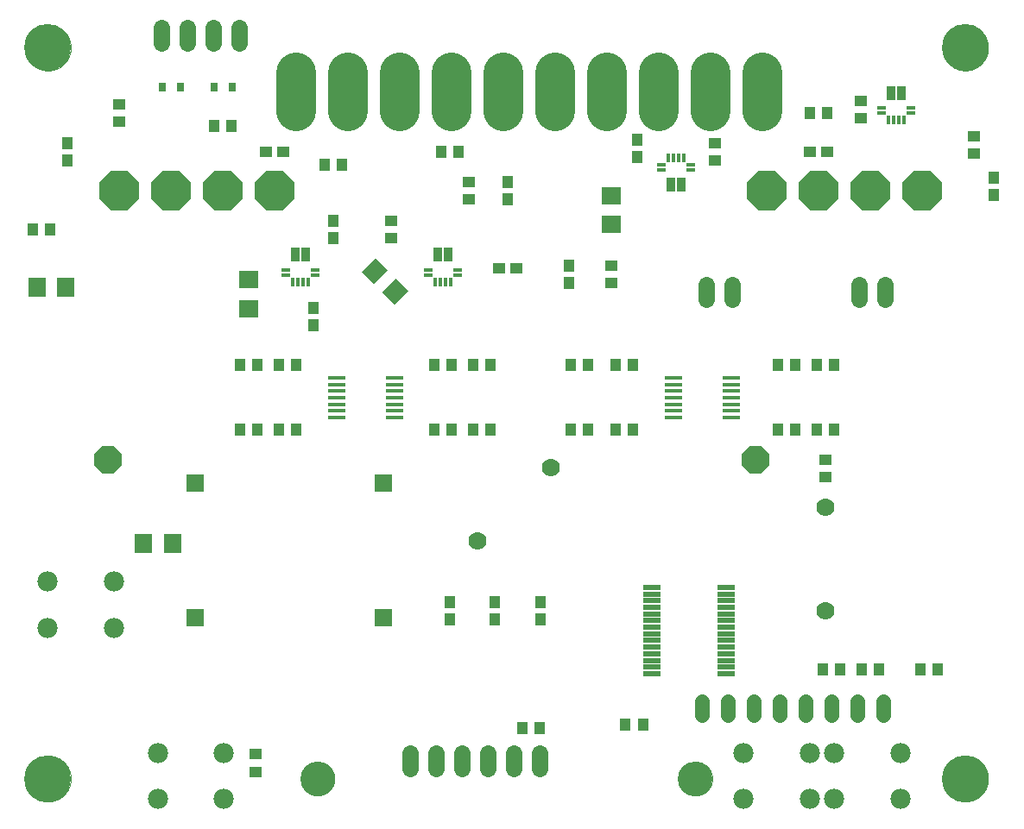
<source format=gts>
G75*
%MOIN*%
%OFA0B0*%
%FSLAX25Y25*%
%IPPOS*%
%LPD*%
%AMOC8*
5,1,8,0,0,1.08239X$1,22.5*
%
%ADD10R,0.03550X0.05400*%
%ADD11R,0.03746X0.01581*%
%ADD12R,0.01581X0.03746*%
%ADD13C,0.15400*%
%ADD14R,0.04337X0.04731*%
%ADD15R,0.04731X0.04337*%
%ADD16R,0.07498X0.06699*%
%ADD17OC8,0.15400*%
%ADD18R,0.07000X0.02100*%
%ADD19R,0.07000X0.01800*%
%ADD20C,0.05600*%
%ADD21R,0.06896X0.06896*%
%ADD22C,0.06337*%
%ADD23R,0.06699X0.07498*%
%ADD24C,0.00000*%
%ADD25C,0.18117*%
%ADD26C,0.06400*%
%ADD27OC8,0.10400*%
%ADD28C,0.13392*%
%ADD29C,0.07000*%
%ADD30R,0.03000X0.03200*%
%ADD31C,0.07800*%
D10*
X0124080Y0230970D03*
X0128017Y0230970D03*
X0179080Y0230970D03*
X0183017Y0230970D03*
X0269080Y0257840D03*
X0273017Y0257840D03*
X0354080Y0293470D03*
X0358017Y0293470D03*
D11*
X0361757Y0287564D03*
X0361757Y0285596D03*
X0350340Y0285596D03*
X0350340Y0287564D03*
X0276757Y0265714D03*
X0276757Y0263745D03*
X0265340Y0263745D03*
X0265340Y0265714D03*
X0186757Y0225064D03*
X0186757Y0223096D03*
X0175340Y0223096D03*
X0175340Y0225064D03*
X0131757Y0225064D03*
X0131757Y0223096D03*
X0120340Y0223096D03*
X0120340Y0225064D03*
D12*
X0123096Y0220340D03*
X0125064Y0220340D03*
X0127033Y0220340D03*
X0129001Y0220340D03*
X0178096Y0220340D03*
X0180064Y0220340D03*
X0182033Y0220340D03*
X0184001Y0220340D03*
X0268096Y0268470D03*
X0270064Y0268470D03*
X0272033Y0268470D03*
X0274001Y0268470D03*
X0353096Y0282840D03*
X0355064Y0282840D03*
X0357033Y0282840D03*
X0359001Y0282840D03*
D13*
X0304237Y0286344D02*
X0304237Y0301344D01*
X0284237Y0301344D02*
X0284237Y0286344D01*
X0264237Y0286344D02*
X0264237Y0301344D01*
X0244237Y0301344D02*
X0244237Y0286344D01*
X0224237Y0286344D02*
X0224237Y0301344D01*
X0204237Y0301344D02*
X0204237Y0286344D01*
X0184237Y0286344D02*
X0184237Y0301344D01*
X0164237Y0301344D02*
X0164237Y0286344D01*
X0144237Y0286344D02*
X0144237Y0301344D01*
X0124237Y0301344D02*
X0124237Y0286344D01*
D14*
X0135202Y0265655D03*
X0141895Y0265655D03*
X0138548Y0244001D03*
X0138548Y0237308D03*
X0131048Y0210251D03*
X0131048Y0203558D03*
X0124395Y0188155D03*
X0117702Y0188155D03*
X0109395Y0188155D03*
X0102702Y0188155D03*
X0102702Y0163155D03*
X0109395Y0163155D03*
X0117702Y0163155D03*
X0124395Y0163155D03*
X0177702Y0163155D03*
X0184395Y0163155D03*
X0192702Y0163155D03*
X0199395Y0163155D03*
X0199395Y0188155D03*
X0192702Y0188155D03*
X0184395Y0188155D03*
X0177702Y0188155D03*
X0229798Y0219808D03*
X0229798Y0226501D03*
X0206048Y0252308D03*
X0206048Y0259001D03*
X0186895Y0270655D03*
X0180202Y0270655D03*
X0256048Y0268558D03*
X0256048Y0275251D03*
X0322702Y0285655D03*
X0329395Y0285655D03*
X0393667Y0260507D03*
X0393667Y0253814D03*
X0331895Y0188155D03*
X0325202Y0188155D03*
X0316895Y0188155D03*
X0310202Y0188155D03*
X0310202Y0163155D03*
X0316895Y0163155D03*
X0325202Y0163155D03*
X0331895Y0163155D03*
X0254395Y0163155D03*
X0247702Y0163155D03*
X0236895Y0163155D03*
X0230202Y0163155D03*
X0230202Y0188155D03*
X0236895Y0188155D03*
X0247702Y0188155D03*
X0254395Y0188155D03*
X0218548Y0096501D03*
X0218548Y0089808D03*
X0201048Y0089808D03*
X0201048Y0096501D03*
X0183548Y0096501D03*
X0183548Y0089808D03*
X0211580Y0048115D03*
X0218273Y0048115D03*
X0251452Y0049405D03*
X0258145Y0049405D03*
X0327702Y0070655D03*
X0334395Y0070655D03*
X0342702Y0070655D03*
X0349395Y0070655D03*
X0365202Y0070655D03*
X0371895Y0070655D03*
X0099395Y0280655D03*
X0092702Y0280655D03*
X0036048Y0274001D03*
X0036048Y0267308D03*
X0029395Y0240655D03*
X0022702Y0240655D03*
D15*
X0056048Y0282308D03*
X0056048Y0289001D03*
X0112702Y0270655D03*
X0119395Y0270655D03*
X0161048Y0244001D03*
X0161048Y0237308D03*
X0191048Y0252308D03*
X0191048Y0259001D03*
X0202702Y0225655D03*
X0209395Y0225655D03*
X0246048Y0226501D03*
X0246048Y0219808D03*
X0286048Y0267308D03*
X0286048Y0274001D03*
X0322702Y0270655D03*
X0329395Y0270655D03*
X0342298Y0283558D03*
X0342298Y0290251D03*
X0386048Y0276501D03*
X0386048Y0269808D03*
X0328548Y0151501D03*
X0328548Y0144808D03*
X0108667Y0037810D03*
X0108667Y0031117D03*
D16*
X0106048Y0210056D03*
X0106048Y0221253D03*
X0246048Y0242556D03*
X0246048Y0253753D03*
D17*
X0306048Y0255655D03*
X0326048Y0255655D03*
X0346048Y0255655D03*
X0366048Y0255655D03*
X0116048Y0255655D03*
X0096048Y0255655D03*
X0076048Y0255655D03*
X0056048Y0255655D03*
D18*
X0261798Y0102289D03*
X0261798Y0099730D03*
X0261798Y0097171D03*
X0261798Y0094611D03*
X0261798Y0092052D03*
X0261798Y0089493D03*
X0261798Y0086934D03*
X0261798Y0084375D03*
X0261798Y0081816D03*
X0261798Y0079257D03*
X0261798Y0076698D03*
X0261798Y0074139D03*
X0261798Y0071580D03*
X0261798Y0069021D03*
X0290298Y0069021D03*
X0290298Y0071580D03*
X0290298Y0074139D03*
X0290298Y0076698D03*
X0290298Y0079257D03*
X0290298Y0081816D03*
X0290298Y0084375D03*
X0290298Y0086934D03*
X0290298Y0089493D03*
X0290298Y0092052D03*
X0290298Y0094611D03*
X0290298Y0097170D03*
X0290298Y0099730D03*
X0290298Y0102289D03*
D19*
X0292148Y0167978D03*
X0292148Y0170537D03*
X0292148Y0173096D03*
X0292148Y0175655D03*
X0292148Y0178214D03*
X0292148Y0180773D03*
X0292148Y0183332D03*
X0269948Y0183332D03*
X0269948Y0180773D03*
X0269948Y0178214D03*
X0269948Y0175655D03*
X0269948Y0173096D03*
X0269948Y0170537D03*
X0269948Y0167978D03*
X0162148Y0167978D03*
X0162148Y0170537D03*
X0162148Y0173096D03*
X0162148Y0175655D03*
X0162148Y0178214D03*
X0162148Y0180773D03*
X0162148Y0183332D03*
X0139948Y0183332D03*
X0139948Y0180773D03*
X0139948Y0178214D03*
X0139948Y0175655D03*
X0139948Y0173096D03*
X0139948Y0170537D03*
X0139948Y0167978D03*
D20*
X0281048Y0058255D02*
X0281048Y0053055D01*
X0291048Y0053055D02*
X0291048Y0058255D01*
X0301048Y0058255D02*
X0301048Y0053055D01*
X0311048Y0053055D02*
X0311048Y0058255D01*
X0321048Y0058255D02*
X0321048Y0053055D01*
X0331048Y0053055D02*
X0331048Y0058255D01*
X0341048Y0058255D02*
X0341048Y0053055D01*
X0351048Y0053055D02*
X0351048Y0058255D01*
D21*
X0158076Y0090635D03*
X0158076Y0142604D03*
X0085241Y0142604D03*
X0085241Y0090635D03*
D22*
X0282702Y0213474D02*
X0282702Y0219411D01*
X0292702Y0219411D02*
X0292702Y0213474D01*
X0341757Y0213474D02*
X0341757Y0219411D01*
X0351757Y0219411D02*
X0351757Y0213474D01*
X0102298Y0312686D02*
X0102298Y0318623D01*
X0092298Y0318623D02*
X0092298Y0312686D01*
X0082298Y0312686D02*
X0082298Y0318623D01*
X0072298Y0318623D02*
X0072298Y0312686D01*
D23*
G36*
X0154872Y0229632D02*
X0159609Y0224895D01*
X0154308Y0219594D01*
X0149571Y0224331D01*
X0154872Y0229632D01*
G37*
G36*
X0162789Y0221715D02*
X0167526Y0216978D01*
X0162225Y0211677D01*
X0157488Y0216414D01*
X0162789Y0221715D01*
G37*
X0076647Y0119405D03*
X0065450Y0119405D03*
X0035397Y0218155D03*
X0024200Y0218155D03*
D24*
X0019592Y0310930D02*
X0019595Y0311147D01*
X0019603Y0311365D01*
X0019616Y0311582D01*
X0019635Y0311798D01*
X0019659Y0312014D01*
X0019688Y0312230D01*
X0019722Y0312444D01*
X0019762Y0312658D01*
X0019807Y0312871D01*
X0019857Y0313082D01*
X0019913Y0313293D01*
X0019973Y0313501D01*
X0020039Y0313709D01*
X0020110Y0313914D01*
X0020186Y0314118D01*
X0020266Y0314320D01*
X0020352Y0314520D01*
X0020442Y0314717D01*
X0020538Y0314913D01*
X0020638Y0315106D01*
X0020743Y0315296D01*
X0020852Y0315484D01*
X0020966Y0315669D01*
X0021085Y0315851D01*
X0021208Y0316031D01*
X0021335Y0316207D01*
X0021467Y0316380D01*
X0021603Y0316549D01*
X0021743Y0316716D01*
X0021887Y0316879D01*
X0022035Y0317038D01*
X0022186Y0317194D01*
X0022342Y0317345D01*
X0022501Y0317493D01*
X0022664Y0317637D01*
X0022831Y0317777D01*
X0023000Y0317913D01*
X0023173Y0318045D01*
X0023349Y0318172D01*
X0023529Y0318295D01*
X0023711Y0318414D01*
X0023896Y0318528D01*
X0024084Y0318637D01*
X0024274Y0318742D01*
X0024467Y0318842D01*
X0024663Y0318938D01*
X0024860Y0319028D01*
X0025060Y0319114D01*
X0025262Y0319194D01*
X0025466Y0319270D01*
X0025671Y0319341D01*
X0025879Y0319407D01*
X0026087Y0319467D01*
X0026298Y0319523D01*
X0026509Y0319573D01*
X0026722Y0319618D01*
X0026936Y0319658D01*
X0027150Y0319692D01*
X0027366Y0319721D01*
X0027582Y0319745D01*
X0027798Y0319764D01*
X0028015Y0319777D01*
X0028233Y0319785D01*
X0028450Y0319788D01*
X0028667Y0319785D01*
X0028885Y0319777D01*
X0029102Y0319764D01*
X0029318Y0319745D01*
X0029534Y0319721D01*
X0029750Y0319692D01*
X0029964Y0319658D01*
X0030178Y0319618D01*
X0030391Y0319573D01*
X0030602Y0319523D01*
X0030813Y0319467D01*
X0031021Y0319407D01*
X0031229Y0319341D01*
X0031434Y0319270D01*
X0031638Y0319194D01*
X0031840Y0319114D01*
X0032040Y0319028D01*
X0032237Y0318938D01*
X0032433Y0318842D01*
X0032626Y0318742D01*
X0032816Y0318637D01*
X0033004Y0318528D01*
X0033189Y0318414D01*
X0033371Y0318295D01*
X0033551Y0318172D01*
X0033727Y0318045D01*
X0033900Y0317913D01*
X0034069Y0317777D01*
X0034236Y0317637D01*
X0034399Y0317493D01*
X0034558Y0317345D01*
X0034714Y0317194D01*
X0034865Y0317038D01*
X0035013Y0316879D01*
X0035157Y0316716D01*
X0035297Y0316549D01*
X0035433Y0316380D01*
X0035565Y0316207D01*
X0035692Y0316031D01*
X0035815Y0315851D01*
X0035934Y0315669D01*
X0036048Y0315484D01*
X0036157Y0315296D01*
X0036262Y0315106D01*
X0036362Y0314913D01*
X0036458Y0314717D01*
X0036548Y0314520D01*
X0036634Y0314320D01*
X0036714Y0314118D01*
X0036790Y0313914D01*
X0036861Y0313709D01*
X0036927Y0313501D01*
X0036987Y0313293D01*
X0037043Y0313082D01*
X0037093Y0312871D01*
X0037138Y0312658D01*
X0037178Y0312444D01*
X0037212Y0312230D01*
X0037241Y0312014D01*
X0037265Y0311798D01*
X0037284Y0311582D01*
X0037297Y0311365D01*
X0037305Y0311147D01*
X0037308Y0310930D01*
X0037305Y0310713D01*
X0037297Y0310495D01*
X0037284Y0310278D01*
X0037265Y0310062D01*
X0037241Y0309846D01*
X0037212Y0309630D01*
X0037178Y0309416D01*
X0037138Y0309202D01*
X0037093Y0308989D01*
X0037043Y0308778D01*
X0036987Y0308567D01*
X0036927Y0308359D01*
X0036861Y0308151D01*
X0036790Y0307946D01*
X0036714Y0307742D01*
X0036634Y0307540D01*
X0036548Y0307340D01*
X0036458Y0307143D01*
X0036362Y0306947D01*
X0036262Y0306754D01*
X0036157Y0306564D01*
X0036048Y0306376D01*
X0035934Y0306191D01*
X0035815Y0306009D01*
X0035692Y0305829D01*
X0035565Y0305653D01*
X0035433Y0305480D01*
X0035297Y0305311D01*
X0035157Y0305144D01*
X0035013Y0304981D01*
X0034865Y0304822D01*
X0034714Y0304666D01*
X0034558Y0304515D01*
X0034399Y0304367D01*
X0034236Y0304223D01*
X0034069Y0304083D01*
X0033900Y0303947D01*
X0033727Y0303815D01*
X0033551Y0303688D01*
X0033371Y0303565D01*
X0033189Y0303446D01*
X0033004Y0303332D01*
X0032816Y0303223D01*
X0032626Y0303118D01*
X0032433Y0303018D01*
X0032237Y0302922D01*
X0032040Y0302832D01*
X0031840Y0302746D01*
X0031638Y0302666D01*
X0031434Y0302590D01*
X0031229Y0302519D01*
X0031021Y0302453D01*
X0030813Y0302393D01*
X0030602Y0302337D01*
X0030391Y0302287D01*
X0030178Y0302242D01*
X0029964Y0302202D01*
X0029750Y0302168D01*
X0029534Y0302139D01*
X0029318Y0302115D01*
X0029102Y0302096D01*
X0028885Y0302083D01*
X0028667Y0302075D01*
X0028450Y0302072D01*
X0028233Y0302075D01*
X0028015Y0302083D01*
X0027798Y0302096D01*
X0027582Y0302115D01*
X0027366Y0302139D01*
X0027150Y0302168D01*
X0026936Y0302202D01*
X0026722Y0302242D01*
X0026509Y0302287D01*
X0026298Y0302337D01*
X0026087Y0302393D01*
X0025879Y0302453D01*
X0025671Y0302519D01*
X0025466Y0302590D01*
X0025262Y0302666D01*
X0025060Y0302746D01*
X0024860Y0302832D01*
X0024663Y0302922D01*
X0024467Y0303018D01*
X0024274Y0303118D01*
X0024084Y0303223D01*
X0023896Y0303332D01*
X0023711Y0303446D01*
X0023529Y0303565D01*
X0023349Y0303688D01*
X0023173Y0303815D01*
X0023000Y0303947D01*
X0022831Y0304083D01*
X0022664Y0304223D01*
X0022501Y0304367D01*
X0022342Y0304515D01*
X0022186Y0304666D01*
X0022035Y0304822D01*
X0021887Y0304981D01*
X0021743Y0305144D01*
X0021603Y0305311D01*
X0021467Y0305480D01*
X0021335Y0305653D01*
X0021208Y0305829D01*
X0021085Y0306009D01*
X0020966Y0306191D01*
X0020852Y0306376D01*
X0020743Y0306564D01*
X0020638Y0306754D01*
X0020538Y0306947D01*
X0020442Y0307143D01*
X0020352Y0307340D01*
X0020266Y0307540D01*
X0020186Y0307742D01*
X0020110Y0307946D01*
X0020039Y0308151D01*
X0019973Y0308359D01*
X0019913Y0308567D01*
X0019857Y0308778D01*
X0019807Y0308989D01*
X0019762Y0309202D01*
X0019722Y0309416D01*
X0019688Y0309630D01*
X0019659Y0309846D01*
X0019635Y0310062D01*
X0019616Y0310278D01*
X0019603Y0310495D01*
X0019595Y0310713D01*
X0019592Y0310930D01*
X0019592Y0028450D02*
X0019595Y0028667D01*
X0019603Y0028885D01*
X0019616Y0029102D01*
X0019635Y0029318D01*
X0019659Y0029534D01*
X0019688Y0029750D01*
X0019722Y0029964D01*
X0019762Y0030178D01*
X0019807Y0030391D01*
X0019857Y0030602D01*
X0019913Y0030813D01*
X0019973Y0031021D01*
X0020039Y0031229D01*
X0020110Y0031434D01*
X0020186Y0031638D01*
X0020266Y0031840D01*
X0020352Y0032040D01*
X0020442Y0032237D01*
X0020538Y0032433D01*
X0020638Y0032626D01*
X0020743Y0032816D01*
X0020852Y0033004D01*
X0020966Y0033189D01*
X0021085Y0033371D01*
X0021208Y0033551D01*
X0021335Y0033727D01*
X0021467Y0033900D01*
X0021603Y0034069D01*
X0021743Y0034236D01*
X0021887Y0034399D01*
X0022035Y0034558D01*
X0022186Y0034714D01*
X0022342Y0034865D01*
X0022501Y0035013D01*
X0022664Y0035157D01*
X0022831Y0035297D01*
X0023000Y0035433D01*
X0023173Y0035565D01*
X0023349Y0035692D01*
X0023529Y0035815D01*
X0023711Y0035934D01*
X0023896Y0036048D01*
X0024084Y0036157D01*
X0024274Y0036262D01*
X0024467Y0036362D01*
X0024663Y0036458D01*
X0024860Y0036548D01*
X0025060Y0036634D01*
X0025262Y0036714D01*
X0025466Y0036790D01*
X0025671Y0036861D01*
X0025879Y0036927D01*
X0026087Y0036987D01*
X0026298Y0037043D01*
X0026509Y0037093D01*
X0026722Y0037138D01*
X0026936Y0037178D01*
X0027150Y0037212D01*
X0027366Y0037241D01*
X0027582Y0037265D01*
X0027798Y0037284D01*
X0028015Y0037297D01*
X0028233Y0037305D01*
X0028450Y0037308D01*
X0028667Y0037305D01*
X0028885Y0037297D01*
X0029102Y0037284D01*
X0029318Y0037265D01*
X0029534Y0037241D01*
X0029750Y0037212D01*
X0029964Y0037178D01*
X0030178Y0037138D01*
X0030391Y0037093D01*
X0030602Y0037043D01*
X0030813Y0036987D01*
X0031021Y0036927D01*
X0031229Y0036861D01*
X0031434Y0036790D01*
X0031638Y0036714D01*
X0031840Y0036634D01*
X0032040Y0036548D01*
X0032237Y0036458D01*
X0032433Y0036362D01*
X0032626Y0036262D01*
X0032816Y0036157D01*
X0033004Y0036048D01*
X0033189Y0035934D01*
X0033371Y0035815D01*
X0033551Y0035692D01*
X0033727Y0035565D01*
X0033900Y0035433D01*
X0034069Y0035297D01*
X0034236Y0035157D01*
X0034399Y0035013D01*
X0034558Y0034865D01*
X0034714Y0034714D01*
X0034865Y0034558D01*
X0035013Y0034399D01*
X0035157Y0034236D01*
X0035297Y0034069D01*
X0035433Y0033900D01*
X0035565Y0033727D01*
X0035692Y0033551D01*
X0035815Y0033371D01*
X0035934Y0033189D01*
X0036048Y0033004D01*
X0036157Y0032816D01*
X0036262Y0032626D01*
X0036362Y0032433D01*
X0036458Y0032237D01*
X0036548Y0032040D01*
X0036634Y0031840D01*
X0036714Y0031638D01*
X0036790Y0031434D01*
X0036861Y0031229D01*
X0036927Y0031021D01*
X0036987Y0030813D01*
X0037043Y0030602D01*
X0037093Y0030391D01*
X0037138Y0030178D01*
X0037178Y0029964D01*
X0037212Y0029750D01*
X0037241Y0029534D01*
X0037265Y0029318D01*
X0037284Y0029102D01*
X0037297Y0028885D01*
X0037305Y0028667D01*
X0037308Y0028450D01*
X0037305Y0028233D01*
X0037297Y0028015D01*
X0037284Y0027798D01*
X0037265Y0027582D01*
X0037241Y0027366D01*
X0037212Y0027150D01*
X0037178Y0026936D01*
X0037138Y0026722D01*
X0037093Y0026509D01*
X0037043Y0026298D01*
X0036987Y0026087D01*
X0036927Y0025879D01*
X0036861Y0025671D01*
X0036790Y0025466D01*
X0036714Y0025262D01*
X0036634Y0025060D01*
X0036548Y0024860D01*
X0036458Y0024663D01*
X0036362Y0024467D01*
X0036262Y0024274D01*
X0036157Y0024084D01*
X0036048Y0023896D01*
X0035934Y0023711D01*
X0035815Y0023529D01*
X0035692Y0023349D01*
X0035565Y0023173D01*
X0035433Y0023000D01*
X0035297Y0022831D01*
X0035157Y0022664D01*
X0035013Y0022501D01*
X0034865Y0022342D01*
X0034714Y0022186D01*
X0034558Y0022035D01*
X0034399Y0021887D01*
X0034236Y0021743D01*
X0034069Y0021603D01*
X0033900Y0021467D01*
X0033727Y0021335D01*
X0033551Y0021208D01*
X0033371Y0021085D01*
X0033189Y0020966D01*
X0033004Y0020852D01*
X0032816Y0020743D01*
X0032626Y0020638D01*
X0032433Y0020538D01*
X0032237Y0020442D01*
X0032040Y0020352D01*
X0031840Y0020266D01*
X0031638Y0020186D01*
X0031434Y0020110D01*
X0031229Y0020039D01*
X0031021Y0019973D01*
X0030813Y0019913D01*
X0030602Y0019857D01*
X0030391Y0019807D01*
X0030178Y0019762D01*
X0029964Y0019722D01*
X0029750Y0019688D01*
X0029534Y0019659D01*
X0029318Y0019635D01*
X0029102Y0019616D01*
X0028885Y0019603D01*
X0028667Y0019595D01*
X0028450Y0019592D01*
X0028233Y0019595D01*
X0028015Y0019603D01*
X0027798Y0019616D01*
X0027582Y0019635D01*
X0027366Y0019659D01*
X0027150Y0019688D01*
X0026936Y0019722D01*
X0026722Y0019762D01*
X0026509Y0019807D01*
X0026298Y0019857D01*
X0026087Y0019913D01*
X0025879Y0019973D01*
X0025671Y0020039D01*
X0025466Y0020110D01*
X0025262Y0020186D01*
X0025060Y0020266D01*
X0024860Y0020352D01*
X0024663Y0020442D01*
X0024467Y0020538D01*
X0024274Y0020638D01*
X0024084Y0020743D01*
X0023896Y0020852D01*
X0023711Y0020966D01*
X0023529Y0021085D01*
X0023349Y0021208D01*
X0023173Y0021335D01*
X0023000Y0021467D01*
X0022831Y0021603D01*
X0022664Y0021743D01*
X0022501Y0021887D01*
X0022342Y0022035D01*
X0022186Y0022186D01*
X0022035Y0022342D01*
X0021887Y0022501D01*
X0021743Y0022664D01*
X0021603Y0022831D01*
X0021467Y0023000D01*
X0021335Y0023173D01*
X0021208Y0023349D01*
X0021085Y0023529D01*
X0020966Y0023711D01*
X0020852Y0023896D01*
X0020743Y0024084D01*
X0020638Y0024274D01*
X0020538Y0024467D01*
X0020442Y0024663D01*
X0020352Y0024860D01*
X0020266Y0025060D01*
X0020186Y0025262D01*
X0020110Y0025466D01*
X0020039Y0025671D01*
X0019973Y0025879D01*
X0019913Y0026087D01*
X0019857Y0026298D01*
X0019807Y0026509D01*
X0019762Y0026722D01*
X0019722Y0026936D01*
X0019688Y0027150D01*
X0019659Y0027366D01*
X0019635Y0027582D01*
X0019616Y0027798D01*
X0019603Y0028015D01*
X0019595Y0028233D01*
X0019592Y0028450D01*
X0126088Y0028450D02*
X0126090Y0028611D01*
X0126096Y0028771D01*
X0126106Y0028932D01*
X0126120Y0029092D01*
X0126138Y0029251D01*
X0126159Y0029411D01*
X0126185Y0029569D01*
X0126215Y0029727D01*
X0126248Y0029884D01*
X0126286Y0030041D01*
X0126327Y0030196D01*
X0126372Y0030350D01*
X0126421Y0030503D01*
X0126474Y0030655D01*
X0126530Y0030805D01*
X0126590Y0030954D01*
X0126654Y0031102D01*
X0126721Y0031248D01*
X0126792Y0031392D01*
X0126867Y0031534D01*
X0126945Y0031675D01*
X0127026Y0031813D01*
X0127111Y0031950D01*
X0127200Y0032084D01*
X0127291Y0032216D01*
X0127386Y0032346D01*
X0127484Y0032473D01*
X0127585Y0032598D01*
X0127689Y0032721D01*
X0127796Y0032840D01*
X0127906Y0032957D01*
X0128019Y0033072D01*
X0128135Y0033183D01*
X0128253Y0033292D01*
X0128374Y0033397D01*
X0128498Y0033500D01*
X0128624Y0033600D01*
X0128753Y0033696D01*
X0128884Y0033789D01*
X0129017Y0033879D01*
X0129152Y0033966D01*
X0129290Y0034049D01*
X0129429Y0034128D01*
X0129571Y0034205D01*
X0129714Y0034278D01*
X0129859Y0034347D01*
X0130006Y0034412D01*
X0130154Y0034474D01*
X0130304Y0034533D01*
X0130455Y0034587D01*
X0130607Y0034638D01*
X0130761Y0034685D01*
X0130916Y0034728D01*
X0131071Y0034767D01*
X0131228Y0034803D01*
X0131386Y0034835D01*
X0131544Y0034862D01*
X0131703Y0034886D01*
X0131862Y0034906D01*
X0132022Y0034922D01*
X0132183Y0034934D01*
X0132343Y0034942D01*
X0132504Y0034946D01*
X0132664Y0034946D01*
X0132825Y0034942D01*
X0132985Y0034934D01*
X0133146Y0034922D01*
X0133306Y0034906D01*
X0133465Y0034886D01*
X0133624Y0034862D01*
X0133782Y0034835D01*
X0133940Y0034803D01*
X0134097Y0034767D01*
X0134252Y0034728D01*
X0134407Y0034685D01*
X0134561Y0034638D01*
X0134713Y0034587D01*
X0134864Y0034533D01*
X0135014Y0034474D01*
X0135162Y0034412D01*
X0135309Y0034347D01*
X0135454Y0034278D01*
X0135597Y0034205D01*
X0135739Y0034128D01*
X0135878Y0034049D01*
X0136016Y0033966D01*
X0136151Y0033879D01*
X0136284Y0033789D01*
X0136415Y0033696D01*
X0136544Y0033600D01*
X0136670Y0033500D01*
X0136794Y0033397D01*
X0136915Y0033292D01*
X0137033Y0033183D01*
X0137149Y0033072D01*
X0137262Y0032957D01*
X0137372Y0032840D01*
X0137479Y0032721D01*
X0137583Y0032598D01*
X0137684Y0032473D01*
X0137782Y0032346D01*
X0137877Y0032216D01*
X0137968Y0032084D01*
X0138057Y0031950D01*
X0138142Y0031813D01*
X0138223Y0031675D01*
X0138301Y0031534D01*
X0138376Y0031392D01*
X0138447Y0031248D01*
X0138514Y0031102D01*
X0138578Y0030954D01*
X0138638Y0030805D01*
X0138694Y0030655D01*
X0138747Y0030503D01*
X0138796Y0030350D01*
X0138841Y0030196D01*
X0138882Y0030041D01*
X0138920Y0029884D01*
X0138953Y0029727D01*
X0138983Y0029569D01*
X0139009Y0029411D01*
X0139030Y0029251D01*
X0139048Y0029092D01*
X0139062Y0028932D01*
X0139072Y0028771D01*
X0139078Y0028611D01*
X0139080Y0028450D01*
X0139078Y0028289D01*
X0139072Y0028129D01*
X0139062Y0027968D01*
X0139048Y0027808D01*
X0139030Y0027649D01*
X0139009Y0027489D01*
X0138983Y0027331D01*
X0138953Y0027173D01*
X0138920Y0027016D01*
X0138882Y0026859D01*
X0138841Y0026704D01*
X0138796Y0026550D01*
X0138747Y0026397D01*
X0138694Y0026245D01*
X0138638Y0026095D01*
X0138578Y0025946D01*
X0138514Y0025798D01*
X0138447Y0025652D01*
X0138376Y0025508D01*
X0138301Y0025366D01*
X0138223Y0025225D01*
X0138142Y0025087D01*
X0138057Y0024950D01*
X0137968Y0024816D01*
X0137877Y0024684D01*
X0137782Y0024554D01*
X0137684Y0024427D01*
X0137583Y0024302D01*
X0137479Y0024179D01*
X0137372Y0024060D01*
X0137262Y0023943D01*
X0137149Y0023828D01*
X0137033Y0023717D01*
X0136915Y0023608D01*
X0136794Y0023503D01*
X0136670Y0023400D01*
X0136544Y0023300D01*
X0136415Y0023204D01*
X0136284Y0023111D01*
X0136151Y0023021D01*
X0136016Y0022934D01*
X0135878Y0022851D01*
X0135739Y0022772D01*
X0135597Y0022695D01*
X0135454Y0022622D01*
X0135309Y0022553D01*
X0135162Y0022488D01*
X0135014Y0022426D01*
X0134864Y0022367D01*
X0134713Y0022313D01*
X0134561Y0022262D01*
X0134407Y0022215D01*
X0134252Y0022172D01*
X0134097Y0022133D01*
X0133940Y0022097D01*
X0133782Y0022065D01*
X0133624Y0022038D01*
X0133465Y0022014D01*
X0133306Y0021994D01*
X0133146Y0021978D01*
X0132985Y0021966D01*
X0132825Y0021958D01*
X0132664Y0021954D01*
X0132504Y0021954D01*
X0132343Y0021958D01*
X0132183Y0021966D01*
X0132022Y0021978D01*
X0131862Y0021994D01*
X0131703Y0022014D01*
X0131544Y0022038D01*
X0131386Y0022065D01*
X0131228Y0022097D01*
X0131071Y0022133D01*
X0130916Y0022172D01*
X0130761Y0022215D01*
X0130607Y0022262D01*
X0130455Y0022313D01*
X0130304Y0022367D01*
X0130154Y0022426D01*
X0130006Y0022488D01*
X0129859Y0022553D01*
X0129714Y0022622D01*
X0129571Y0022695D01*
X0129429Y0022772D01*
X0129290Y0022851D01*
X0129152Y0022934D01*
X0129017Y0023021D01*
X0128884Y0023111D01*
X0128753Y0023204D01*
X0128624Y0023300D01*
X0128498Y0023400D01*
X0128374Y0023503D01*
X0128253Y0023608D01*
X0128135Y0023717D01*
X0128019Y0023828D01*
X0127906Y0023943D01*
X0127796Y0024060D01*
X0127689Y0024179D01*
X0127585Y0024302D01*
X0127484Y0024427D01*
X0127386Y0024554D01*
X0127291Y0024684D01*
X0127200Y0024816D01*
X0127111Y0024950D01*
X0127026Y0025087D01*
X0126945Y0025225D01*
X0126867Y0025366D01*
X0126792Y0025508D01*
X0126721Y0025652D01*
X0126654Y0025798D01*
X0126590Y0025946D01*
X0126530Y0026095D01*
X0126474Y0026245D01*
X0126421Y0026397D01*
X0126372Y0026550D01*
X0126327Y0026704D01*
X0126286Y0026859D01*
X0126248Y0027016D01*
X0126215Y0027173D01*
X0126185Y0027331D01*
X0126159Y0027489D01*
X0126138Y0027649D01*
X0126120Y0027808D01*
X0126106Y0027968D01*
X0126096Y0028129D01*
X0126090Y0028289D01*
X0126088Y0028450D01*
X0271954Y0028450D02*
X0271956Y0028611D01*
X0271962Y0028771D01*
X0271972Y0028932D01*
X0271986Y0029092D01*
X0272004Y0029251D01*
X0272025Y0029411D01*
X0272051Y0029569D01*
X0272081Y0029727D01*
X0272114Y0029884D01*
X0272152Y0030041D01*
X0272193Y0030196D01*
X0272238Y0030350D01*
X0272287Y0030503D01*
X0272340Y0030655D01*
X0272396Y0030805D01*
X0272456Y0030954D01*
X0272520Y0031102D01*
X0272587Y0031248D01*
X0272658Y0031392D01*
X0272733Y0031534D01*
X0272811Y0031675D01*
X0272892Y0031813D01*
X0272977Y0031950D01*
X0273066Y0032084D01*
X0273157Y0032216D01*
X0273252Y0032346D01*
X0273350Y0032473D01*
X0273451Y0032598D01*
X0273555Y0032721D01*
X0273662Y0032840D01*
X0273772Y0032957D01*
X0273885Y0033072D01*
X0274001Y0033183D01*
X0274119Y0033292D01*
X0274240Y0033397D01*
X0274364Y0033500D01*
X0274490Y0033600D01*
X0274619Y0033696D01*
X0274750Y0033789D01*
X0274883Y0033879D01*
X0275018Y0033966D01*
X0275156Y0034049D01*
X0275295Y0034128D01*
X0275437Y0034205D01*
X0275580Y0034278D01*
X0275725Y0034347D01*
X0275872Y0034412D01*
X0276020Y0034474D01*
X0276170Y0034533D01*
X0276321Y0034587D01*
X0276473Y0034638D01*
X0276627Y0034685D01*
X0276782Y0034728D01*
X0276937Y0034767D01*
X0277094Y0034803D01*
X0277252Y0034835D01*
X0277410Y0034862D01*
X0277569Y0034886D01*
X0277728Y0034906D01*
X0277888Y0034922D01*
X0278049Y0034934D01*
X0278209Y0034942D01*
X0278370Y0034946D01*
X0278530Y0034946D01*
X0278691Y0034942D01*
X0278851Y0034934D01*
X0279012Y0034922D01*
X0279172Y0034906D01*
X0279331Y0034886D01*
X0279490Y0034862D01*
X0279648Y0034835D01*
X0279806Y0034803D01*
X0279963Y0034767D01*
X0280118Y0034728D01*
X0280273Y0034685D01*
X0280427Y0034638D01*
X0280579Y0034587D01*
X0280730Y0034533D01*
X0280880Y0034474D01*
X0281028Y0034412D01*
X0281175Y0034347D01*
X0281320Y0034278D01*
X0281463Y0034205D01*
X0281605Y0034128D01*
X0281744Y0034049D01*
X0281882Y0033966D01*
X0282017Y0033879D01*
X0282150Y0033789D01*
X0282281Y0033696D01*
X0282410Y0033600D01*
X0282536Y0033500D01*
X0282660Y0033397D01*
X0282781Y0033292D01*
X0282899Y0033183D01*
X0283015Y0033072D01*
X0283128Y0032957D01*
X0283238Y0032840D01*
X0283345Y0032721D01*
X0283449Y0032598D01*
X0283550Y0032473D01*
X0283648Y0032346D01*
X0283743Y0032216D01*
X0283834Y0032084D01*
X0283923Y0031950D01*
X0284008Y0031813D01*
X0284089Y0031675D01*
X0284167Y0031534D01*
X0284242Y0031392D01*
X0284313Y0031248D01*
X0284380Y0031102D01*
X0284444Y0030954D01*
X0284504Y0030805D01*
X0284560Y0030655D01*
X0284613Y0030503D01*
X0284662Y0030350D01*
X0284707Y0030196D01*
X0284748Y0030041D01*
X0284786Y0029884D01*
X0284819Y0029727D01*
X0284849Y0029569D01*
X0284875Y0029411D01*
X0284896Y0029251D01*
X0284914Y0029092D01*
X0284928Y0028932D01*
X0284938Y0028771D01*
X0284944Y0028611D01*
X0284946Y0028450D01*
X0284944Y0028289D01*
X0284938Y0028129D01*
X0284928Y0027968D01*
X0284914Y0027808D01*
X0284896Y0027649D01*
X0284875Y0027489D01*
X0284849Y0027331D01*
X0284819Y0027173D01*
X0284786Y0027016D01*
X0284748Y0026859D01*
X0284707Y0026704D01*
X0284662Y0026550D01*
X0284613Y0026397D01*
X0284560Y0026245D01*
X0284504Y0026095D01*
X0284444Y0025946D01*
X0284380Y0025798D01*
X0284313Y0025652D01*
X0284242Y0025508D01*
X0284167Y0025366D01*
X0284089Y0025225D01*
X0284008Y0025087D01*
X0283923Y0024950D01*
X0283834Y0024816D01*
X0283743Y0024684D01*
X0283648Y0024554D01*
X0283550Y0024427D01*
X0283449Y0024302D01*
X0283345Y0024179D01*
X0283238Y0024060D01*
X0283128Y0023943D01*
X0283015Y0023828D01*
X0282899Y0023717D01*
X0282781Y0023608D01*
X0282660Y0023503D01*
X0282536Y0023400D01*
X0282410Y0023300D01*
X0282281Y0023204D01*
X0282150Y0023111D01*
X0282017Y0023021D01*
X0281882Y0022934D01*
X0281744Y0022851D01*
X0281605Y0022772D01*
X0281463Y0022695D01*
X0281320Y0022622D01*
X0281175Y0022553D01*
X0281028Y0022488D01*
X0280880Y0022426D01*
X0280730Y0022367D01*
X0280579Y0022313D01*
X0280427Y0022262D01*
X0280273Y0022215D01*
X0280118Y0022172D01*
X0279963Y0022133D01*
X0279806Y0022097D01*
X0279648Y0022065D01*
X0279490Y0022038D01*
X0279331Y0022014D01*
X0279172Y0021994D01*
X0279012Y0021978D01*
X0278851Y0021966D01*
X0278691Y0021958D01*
X0278530Y0021954D01*
X0278370Y0021954D01*
X0278209Y0021958D01*
X0278049Y0021966D01*
X0277888Y0021978D01*
X0277728Y0021994D01*
X0277569Y0022014D01*
X0277410Y0022038D01*
X0277252Y0022065D01*
X0277094Y0022097D01*
X0276937Y0022133D01*
X0276782Y0022172D01*
X0276627Y0022215D01*
X0276473Y0022262D01*
X0276321Y0022313D01*
X0276170Y0022367D01*
X0276020Y0022426D01*
X0275872Y0022488D01*
X0275725Y0022553D01*
X0275580Y0022622D01*
X0275437Y0022695D01*
X0275295Y0022772D01*
X0275156Y0022851D01*
X0275018Y0022934D01*
X0274883Y0023021D01*
X0274750Y0023111D01*
X0274619Y0023204D01*
X0274490Y0023300D01*
X0274364Y0023400D01*
X0274240Y0023503D01*
X0274119Y0023608D01*
X0274001Y0023717D01*
X0273885Y0023828D01*
X0273772Y0023943D01*
X0273662Y0024060D01*
X0273555Y0024179D01*
X0273451Y0024302D01*
X0273350Y0024427D01*
X0273252Y0024554D01*
X0273157Y0024684D01*
X0273066Y0024816D01*
X0272977Y0024950D01*
X0272892Y0025087D01*
X0272811Y0025225D01*
X0272733Y0025366D01*
X0272658Y0025508D01*
X0272587Y0025652D01*
X0272520Y0025798D01*
X0272456Y0025946D01*
X0272396Y0026095D01*
X0272340Y0026245D01*
X0272287Y0026397D01*
X0272238Y0026550D01*
X0272193Y0026704D01*
X0272152Y0026859D01*
X0272114Y0027016D01*
X0272081Y0027173D01*
X0272051Y0027331D01*
X0272025Y0027489D01*
X0272004Y0027649D01*
X0271986Y0027808D01*
X0271972Y0027968D01*
X0271962Y0028129D01*
X0271956Y0028289D01*
X0271954Y0028450D01*
X0373726Y0028450D02*
X0373729Y0028667D01*
X0373737Y0028885D01*
X0373750Y0029102D01*
X0373769Y0029318D01*
X0373793Y0029534D01*
X0373822Y0029750D01*
X0373856Y0029964D01*
X0373896Y0030178D01*
X0373941Y0030391D01*
X0373991Y0030602D01*
X0374047Y0030813D01*
X0374107Y0031021D01*
X0374173Y0031229D01*
X0374244Y0031434D01*
X0374320Y0031638D01*
X0374400Y0031840D01*
X0374486Y0032040D01*
X0374576Y0032237D01*
X0374672Y0032433D01*
X0374772Y0032626D01*
X0374877Y0032816D01*
X0374986Y0033004D01*
X0375100Y0033189D01*
X0375219Y0033371D01*
X0375342Y0033551D01*
X0375469Y0033727D01*
X0375601Y0033900D01*
X0375737Y0034069D01*
X0375877Y0034236D01*
X0376021Y0034399D01*
X0376169Y0034558D01*
X0376320Y0034714D01*
X0376476Y0034865D01*
X0376635Y0035013D01*
X0376798Y0035157D01*
X0376965Y0035297D01*
X0377134Y0035433D01*
X0377307Y0035565D01*
X0377483Y0035692D01*
X0377663Y0035815D01*
X0377845Y0035934D01*
X0378030Y0036048D01*
X0378218Y0036157D01*
X0378408Y0036262D01*
X0378601Y0036362D01*
X0378797Y0036458D01*
X0378994Y0036548D01*
X0379194Y0036634D01*
X0379396Y0036714D01*
X0379600Y0036790D01*
X0379805Y0036861D01*
X0380013Y0036927D01*
X0380221Y0036987D01*
X0380432Y0037043D01*
X0380643Y0037093D01*
X0380856Y0037138D01*
X0381070Y0037178D01*
X0381284Y0037212D01*
X0381500Y0037241D01*
X0381716Y0037265D01*
X0381932Y0037284D01*
X0382149Y0037297D01*
X0382367Y0037305D01*
X0382584Y0037308D01*
X0382801Y0037305D01*
X0383019Y0037297D01*
X0383236Y0037284D01*
X0383452Y0037265D01*
X0383668Y0037241D01*
X0383884Y0037212D01*
X0384098Y0037178D01*
X0384312Y0037138D01*
X0384525Y0037093D01*
X0384736Y0037043D01*
X0384947Y0036987D01*
X0385155Y0036927D01*
X0385363Y0036861D01*
X0385568Y0036790D01*
X0385772Y0036714D01*
X0385974Y0036634D01*
X0386174Y0036548D01*
X0386371Y0036458D01*
X0386567Y0036362D01*
X0386760Y0036262D01*
X0386950Y0036157D01*
X0387138Y0036048D01*
X0387323Y0035934D01*
X0387505Y0035815D01*
X0387685Y0035692D01*
X0387861Y0035565D01*
X0388034Y0035433D01*
X0388203Y0035297D01*
X0388370Y0035157D01*
X0388533Y0035013D01*
X0388692Y0034865D01*
X0388848Y0034714D01*
X0388999Y0034558D01*
X0389147Y0034399D01*
X0389291Y0034236D01*
X0389431Y0034069D01*
X0389567Y0033900D01*
X0389699Y0033727D01*
X0389826Y0033551D01*
X0389949Y0033371D01*
X0390068Y0033189D01*
X0390182Y0033004D01*
X0390291Y0032816D01*
X0390396Y0032626D01*
X0390496Y0032433D01*
X0390592Y0032237D01*
X0390682Y0032040D01*
X0390768Y0031840D01*
X0390848Y0031638D01*
X0390924Y0031434D01*
X0390995Y0031229D01*
X0391061Y0031021D01*
X0391121Y0030813D01*
X0391177Y0030602D01*
X0391227Y0030391D01*
X0391272Y0030178D01*
X0391312Y0029964D01*
X0391346Y0029750D01*
X0391375Y0029534D01*
X0391399Y0029318D01*
X0391418Y0029102D01*
X0391431Y0028885D01*
X0391439Y0028667D01*
X0391442Y0028450D01*
X0391439Y0028233D01*
X0391431Y0028015D01*
X0391418Y0027798D01*
X0391399Y0027582D01*
X0391375Y0027366D01*
X0391346Y0027150D01*
X0391312Y0026936D01*
X0391272Y0026722D01*
X0391227Y0026509D01*
X0391177Y0026298D01*
X0391121Y0026087D01*
X0391061Y0025879D01*
X0390995Y0025671D01*
X0390924Y0025466D01*
X0390848Y0025262D01*
X0390768Y0025060D01*
X0390682Y0024860D01*
X0390592Y0024663D01*
X0390496Y0024467D01*
X0390396Y0024274D01*
X0390291Y0024084D01*
X0390182Y0023896D01*
X0390068Y0023711D01*
X0389949Y0023529D01*
X0389826Y0023349D01*
X0389699Y0023173D01*
X0389567Y0023000D01*
X0389431Y0022831D01*
X0389291Y0022664D01*
X0389147Y0022501D01*
X0388999Y0022342D01*
X0388848Y0022186D01*
X0388692Y0022035D01*
X0388533Y0021887D01*
X0388370Y0021743D01*
X0388203Y0021603D01*
X0388034Y0021467D01*
X0387861Y0021335D01*
X0387685Y0021208D01*
X0387505Y0021085D01*
X0387323Y0020966D01*
X0387138Y0020852D01*
X0386950Y0020743D01*
X0386760Y0020638D01*
X0386567Y0020538D01*
X0386371Y0020442D01*
X0386174Y0020352D01*
X0385974Y0020266D01*
X0385772Y0020186D01*
X0385568Y0020110D01*
X0385363Y0020039D01*
X0385155Y0019973D01*
X0384947Y0019913D01*
X0384736Y0019857D01*
X0384525Y0019807D01*
X0384312Y0019762D01*
X0384098Y0019722D01*
X0383884Y0019688D01*
X0383668Y0019659D01*
X0383452Y0019635D01*
X0383236Y0019616D01*
X0383019Y0019603D01*
X0382801Y0019595D01*
X0382584Y0019592D01*
X0382367Y0019595D01*
X0382149Y0019603D01*
X0381932Y0019616D01*
X0381716Y0019635D01*
X0381500Y0019659D01*
X0381284Y0019688D01*
X0381070Y0019722D01*
X0380856Y0019762D01*
X0380643Y0019807D01*
X0380432Y0019857D01*
X0380221Y0019913D01*
X0380013Y0019973D01*
X0379805Y0020039D01*
X0379600Y0020110D01*
X0379396Y0020186D01*
X0379194Y0020266D01*
X0378994Y0020352D01*
X0378797Y0020442D01*
X0378601Y0020538D01*
X0378408Y0020638D01*
X0378218Y0020743D01*
X0378030Y0020852D01*
X0377845Y0020966D01*
X0377663Y0021085D01*
X0377483Y0021208D01*
X0377307Y0021335D01*
X0377134Y0021467D01*
X0376965Y0021603D01*
X0376798Y0021743D01*
X0376635Y0021887D01*
X0376476Y0022035D01*
X0376320Y0022186D01*
X0376169Y0022342D01*
X0376021Y0022501D01*
X0375877Y0022664D01*
X0375737Y0022831D01*
X0375601Y0023000D01*
X0375469Y0023173D01*
X0375342Y0023349D01*
X0375219Y0023529D01*
X0375100Y0023711D01*
X0374986Y0023896D01*
X0374877Y0024084D01*
X0374772Y0024274D01*
X0374672Y0024467D01*
X0374576Y0024663D01*
X0374486Y0024860D01*
X0374400Y0025060D01*
X0374320Y0025262D01*
X0374244Y0025466D01*
X0374173Y0025671D01*
X0374107Y0025879D01*
X0374047Y0026087D01*
X0373991Y0026298D01*
X0373941Y0026509D01*
X0373896Y0026722D01*
X0373856Y0026936D01*
X0373822Y0027150D01*
X0373793Y0027366D01*
X0373769Y0027582D01*
X0373750Y0027798D01*
X0373737Y0028015D01*
X0373729Y0028233D01*
X0373726Y0028450D01*
X0373726Y0310930D02*
X0373729Y0311147D01*
X0373737Y0311365D01*
X0373750Y0311582D01*
X0373769Y0311798D01*
X0373793Y0312014D01*
X0373822Y0312230D01*
X0373856Y0312444D01*
X0373896Y0312658D01*
X0373941Y0312871D01*
X0373991Y0313082D01*
X0374047Y0313293D01*
X0374107Y0313501D01*
X0374173Y0313709D01*
X0374244Y0313914D01*
X0374320Y0314118D01*
X0374400Y0314320D01*
X0374486Y0314520D01*
X0374576Y0314717D01*
X0374672Y0314913D01*
X0374772Y0315106D01*
X0374877Y0315296D01*
X0374986Y0315484D01*
X0375100Y0315669D01*
X0375219Y0315851D01*
X0375342Y0316031D01*
X0375469Y0316207D01*
X0375601Y0316380D01*
X0375737Y0316549D01*
X0375877Y0316716D01*
X0376021Y0316879D01*
X0376169Y0317038D01*
X0376320Y0317194D01*
X0376476Y0317345D01*
X0376635Y0317493D01*
X0376798Y0317637D01*
X0376965Y0317777D01*
X0377134Y0317913D01*
X0377307Y0318045D01*
X0377483Y0318172D01*
X0377663Y0318295D01*
X0377845Y0318414D01*
X0378030Y0318528D01*
X0378218Y0318637D01*
X0378408Y0318742D01*
X0378601Y0318842D01*
X0378797Y0318938D01*
X0378994Y0319028D01*
X0379194Y0319114D01*
X0379396Y0319194D01*
X0379600Y0319270D01*
X0379805Y0319341D01*
X0380013Y0319407D01*
X0380221Y0319467D01*
X0380432Y0319523D01*
X0380643Y0319573D01*
X0380856Y0319618D01*
X0381070Y0319658D01*
X0381284Y0319692D01*
X0381500Y0319721D01*
X0381716Y0319745D01*
X0381932Y0319764D01*
X0382149Y0319777D01*
X0382367Y0319785D01*
X0382584Y0319788D01*
X0382801Y0319785D01*
X0383019Y0319777D01*
X0383236Y0319764D01*
X0383452Y0319745D01*
X0383668Y0319721D01*
X0383884Y0319692D01*
X0384098Y0319658D01*
X0384312Y0319618D01*
X0384525Y0319573D01*
X0384736Y0319523D01*
X0384947Y0319467D01*
X0385155Y0319407D01*
X0385363Y0319341D01*
X0385568Y0319270D01*
X0385772Y0319194D01*
X0385974Y0319114D01*
X0386174Y0319028D01*
X0386371Y0318938D01*
X0386567Y0318842D01*
X0386760Y0318742D01*
X0386950Y0318637D01*
X0387138Y0318528D01*
X0387323Y0318414D01*
X0387505Y0318295D01*
X0387685Y0318172D01*
X0387861Y0318045D01*
X0388034Y0317913D01*
X0388203Y0317777D01*
X0388370Y0317637D01*
X0388533Y0317493D01*
X0388692Y0317345D01*
X0388848Y0317194D01*
X0388999Y0317038D01*
X0389147Y0316879D01*
X0389291Y0316716D01*
X0389431Y0316549D01*
X0389567Y0316380D01*
X0389699Y0316207D01*
X0389826Y0316031D01*
X0389949Y0315851D01*
X0390068Y0315669D01*
X0390182Y0315484D01*
X0390291Y0315296D01*
X0390396Y0315106D01*
X0390496Y0314913D01*
X0390592Y0314717D01*
X0390682Y0314520D01*
X0390768Y0314320D01*
X0390848Y0314118D01*
X0390924Y0313914D01*
X0390995Y0313709D01*
X0391061Y0313501D01*
X0391121Y0313293D01*
X0391177Y0313082D01*
X0391227Y0312871D01*
X0391272Y0312658D01*
X0391312Y0312444D01*
X0391346Y0312230D01*
X0391375Y0312014D01*
X0391399Y0311798D01*
X0391418Y0311582D01*
X0391431Y0311365D01*
X0391439Y0311147D01*
X0391442Y0310930D01*
X0391439Y0310713D01*
X0391431Y0310495D01*
X0391418Y0310278D01*
X0391399Y0310062D01*
X0391375Y0309846D01*
X0391346Y0309630D01*
X0391312Y0309416D01*
X0391272Y0309202D01*
X0391227Y0308989D01*
X0391177Y0308778D01*
X0391121Y0308567D01*
X0391061Y0308359D01*
X0390995Y0308151D01*
X0390924Y0307946D01*
X0390848Y0307742D01*
X0390768Y0307540D01*
X0390682Y0307340D01*
X0390592Y0307143D01*
X0390496Y0306947D01*
X0390396Y0306754D01*
X0390291Y0306564D01*
X0390182Y0306376D01*
X0390068Y0306191D01*
X0389949Y0306009D01*
X0389826Y0305829D01*
X0389699Y0305653D01*
X0389567Y0305480D01*
X0389431Y0305311D01*
X0389291Y0305144D01*
X0389147Y0304981D01*
X0388999Y0304822D01*
X0388848Y0304666D01*
X0388692Y0304515D01*
X0388533Y0304367D01*
X0388370Y0304223D01*
X0388203Y0304083D01*
X0388034Y0303947D01*
X0387861Y0303815D01*
X0387685Y0303688D01*
X0387505Y0303565D01*
X0387323Y0303446D01*
X0387138Y0303332D01*
X0386950Y0303223D01*
X0386760Y0303118D01*
X0386567Y0303018D01*
X0386371Y0302922D01*
X0386174Y0302832D01*
X0385974Y0302746D01*
X0385772Y0302666D01*
X0385568Y0302590D01*
X0385363Y0302519D01*
X0385155Y0302453D01*
X0384947Y0302393D01*
X0384736Y0302337D01*
X0384525Y0302287D01*
X0384312Y0302242D01*
X0384098Y0302202D01*
X0383884Y0302168D01*
X0383668Y0302139D01*
X0383452Y0302115D01*
X0383236Y0302096D01*
X0383019Y0302083D01*
X0382801Y0302075D01*
X0382584Y0302072D01*
X0382367Y0302075D01*
X0382149Y0302083D01*
X0381932Y0302096D01*
X0381716Y0302115D01*
X0381500Y0302139D01*
X0381284Y0302168D01*
X0381070Y0302202D01*
X0380856Y0302242D01*
X0380643Y0302287D01*
X0380432Y0302337D01*
X0380221Y0302393D01*
X0380013Y0302453D01*
X0379805Y0302519D01*
X0379600Y0302590D01*
X0379396Y0302666D01*
X0379194Y0302746D01*
X0378994Y0302832D01*
X0378797Y0302922D01*
X0378601Y0303018D01*
X0378408Y0303118D01*
X0378218Y0303223D01*
X0378030Y0303332D01*
X0377845Y0303446D01*
X0377663Y0303565D01*
X0377483Y0303688D01*
X0377307Y0303815D01*
X0377134Y0303947D01*
X0376965Y0304083D01*
X0376798Y0304223D01*
X0376635Y0304367D01*
X0376476Y0304515D01*
X0376320Y0304666D01*
X0376169Y0304822D01*
X0376021Y0304981D01*
X0375877Y0305144D01*
X0375737Y0305311D01*
X0375601Y0305480D01*
X0375469Y0305653D01*
X0375342Y0305829D01*
X0375219Y0306009D01*
X0375100Y0306191D01*
X0374986Y0306376D01*
X0374877Y0306564D01*
X0374772Y0306754D01*
X0374672Y0306947D01*
X0374576Y0307143D01*
X0374486Y0307340D01*
X0374400Y0307540D01*
X0374320Y0307742D01*
X0374244Y0307946D01*
X0374173Y0308151D01*
X0374107Y0308359D01*
X0374047Y0308567D01*
X0373991Y0308778D01*
X0373941Y0308989D01*
X0373896Y0309202D01*
X0373856Y0309416D01*
X0373822Y0309630D01*
X0373793Y0309846D01*
X0373769Y0310062D01*
X0373750Y0310278D01*
X0373737Y0310495D01*
X0373729Y0310713D01*
X0373726Y0310930D01*
D25*
X0028450Y0028450D03*
X0028450Y0310930D03*
X0382584Y0310930D03*
X0382584Y0028450D03*
D26*
X0218352Y0032261D02*
X0218352Y0038261D01*
X0208352Y0038261D02*
X0208352Y0032261D01*
X0198352Y0032261D02*
X0198352Y0038261D01*
X0188352Y0038261D02*
X0188352Y0032261D01*
X0178352Y0032261D02*
X0178352Y0038261D01*
X0168352Y0038261D02*
X0168352Y0032261D01*
D27*
X0051481Y0151481D03*
X0301481Y0151481D03*
D28*
X0278450Y0028450D03*
X0132584Y0028450D03*
D29*
X0194406Y0120263D03*
X0222691Y0148547D03*
X0328548Y0133155D03*
X0328548Y0093155D03*
D30*
X0099498Y0295655D03*
X0092598Y0295655D03*
X0079498Y0295655D03*
X0072598Y0295655D03*
D31*
X0053848Y0104555D03*
X0053848Y0086755D03*
X0028248Y0086755D03*
X0028248Y0104555D03*
X0070867Y0038364D03*
X0070867Y0020564D03*
X0096467Y0020564D03*
X0096467Y0038364D03*
X0296998Y0038305D03*
X0296998Y0020505D03*
X0322598Y0020505D03*
X0331998Y0020505D03*
X0331998Y0038305D03*
X0322598Y0038305D03*
X0357598Y0038305D03*
X0357598Y0020505D03*
M02*

</source>
